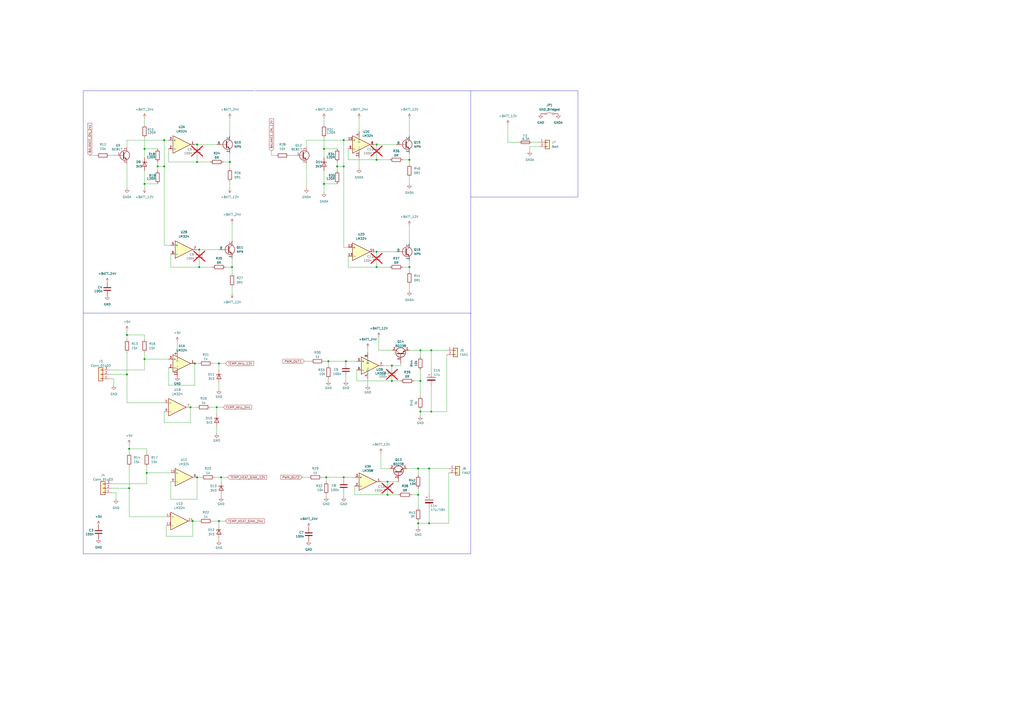
<source format=kicad_sch>
(kicad_sch (version 20231120) (generator "eeschema") (generator_version "8.0")
  (paper "A2")
  (junction (at 200.66 209.55))
  (junction (at 127 210.82))
  (junction (at 115.57 154.94))
  (junction (at 218.44 83.82))
  (junction (at 127 302.26))
  (junction (at 73.66 194.31))
  (junction (at 187.96 106.68))
  (junction (at 114.3 276.86))
  (junction (at 243.84 238.76))
  (junction (at 199.39 276.86))
  (junction (at 243.84 203.2))
  (junction (at 248.92 271.78))
  (junction (at 250.19 203.2))
  (junction (at 195.58 96.52))
  (junction (at 242.57 271.78))
  (junction (at 115.57 144.78))
  (junction (at 95.25 81.28))
  (junction (at 218.44 146.05))
  (junction (at 95.25 96.52))
  (junction (at 242.57 287.02))
  (junction (at 128.27 276.86))
  (junction (at 248.92 303.53))
  (junction (at 243.84 220.98))
  (junction (at 199.39 96.52))
  (junction (at 237.49 154.94))
  (junction (at 113.03 210.82))
  (junction (at 242.57 303.53))
  (junction (at 190.5 209.55))
  (junction (at 74.93 283.21))
  (junction (at 110.49 236.22))
  (junction (at 114.3 93.98))
  (junction (at 250.19 238.76))
  (junction (at 85.09 274.32))
  (junction (at 133.35 93.98))
  (junction (at 187.96 86.36))
  (junction (at 111.76 302.26))
  (junction (at 83.82 106.68))
  (junction (at 91.44 96.52))
  (junction (at 134.62 154.94))
  (junction (at 227.33 212.09))
  (junction (at 74.93 260.35))
  (junction (at 189.23 276.86))
  (junction (at 227.33 220.98))
  (junction (at 114.3 83.82))
  (junction (at 73.66 217.17))
  (junction (at 83.82 208.28))
  (junction (at 224.79 279.4))
  (junction (at 199.39 81.28))
  (junction (at 218.44 92.71))
  (junction (at 218.44 154.94))
  (junction (at 83.82 86.36))
  (junction (at 224.79 287.02))
  (junction (at 125.73 236.22))
  (junction (at 237.49 92.71))
  (wire (pts (xy 187.96 106.68) (xy 195.58 106.68)))
  (wire (pts (xy 85.09 262.89) (xy 85.09 260.35)))
  (wire (pts (xy 237.49 203.2) (xy 243.84 203.2)))
  (wire (pts (xy 243.84 238.76) (xy 243.84 237.49)))
  (wire (pts (xy 96.52 304.8) (xy 96.52 311.15)))
  (wire (pts (xy 260.35 274.32) (xy 260.35 303.53)))
  (wire (pts (xy 83.82 80.01) (xy 83.82 86.36)))
  (wire (pts (xy 73.66 233.68) (xy 95.25 233.68)))
  (wire (pts (xy 308.61 82.55) (xy 312.42 82.55)))
  (wire (pts (xy 187.96 80.01) (xy 187.96 86.36)))
  (wire (pts (xy 237.49 130.81) (xy 237.49 140.97)))
  (wire (pts (xy 237.49 165.1) (xy 237.49 168.91)))
  (wire (pts (xy 220.98 271.78) (xy 226.06 271.78)))
  (wire (pts (xy 114.3 91.44) (xy 114.3 93.98)))
  (wire (pts (xy 115.57 154.94) (xy 123.19 154.94)))
  (wire (pts (xy 218.44 146.05) (xy 229.87 146.05)))
  (wire (pts (xy 83.82 196.85) (xy 83.82 194.31)))
  (wire (pts (xy 127 226.06) (xy 127 222.25)))
  (wire (pts (xy 91.44 96.52) (xy 95.25 96.52)))
  (wire (pts (xy 134.62 149.86) (xy 134.62 154.94)))
  (wire (pts (xy 64.77 283.21) (xy 74.93 283.21)))
  (wire (pts (xy 97.79 93.98) (xy 114.3 93.98)))
  (wire (pts (xy 114.3 83.82) (xy 125.73 83.82)))
  (wire (pts (xy 64.77 285.75) (xy 67.31 285.75)))
  (wire (pts (xy 218.44 154.94) (xy 226.06 154.94)))
  (wire (pts (xy 220.98 262.89) (xy 220.98 271.78)))
  (wire (pts (xy 201.93 154.94) (xy 218.44 154.94)))
  (wire (pts (xy 160.02 90.17) (xy 157.48 90.17)))
  (wire (pts (xy 110.49 236.22) (xy 114.3 236.22)))
  (wire (pts (xy 187.96 86.36) (xy 195.58 86.36)))
  (wire (pts (xy 238.76 287.02) (xy 242.57 287.02)))
  (wire (pts (xy 250.19 203.2) (xy 259.08 203.2)))
  (wire (pts (xy 74.93 257.81) (xy 74.93 260.35)))
  (wire (pts (xy 73.66 191.77) (xy 73.66 194.31)))
  (wire (pts (xy 83.82 106.68) (xy 83.82 109.22)))
  (wire (pts (xy 83.82 86.36) (xy 83.82 91.44)))
  (wire (pts (xy 99.06 279.4) (xy 99.06 289.56)))
  (wire (pts (xy 66.04 219.71) (xy 66.04 223.52)))
  (wire (pts (xy 128.27 288.29) (xy 128.27 287.02)))
  (polyline (pts (xy 48.26 52.705) (xy 48.26 181.61)))
  (wire (pts (xy 96.52 311.15) (xy 111.76 311.15)))
  (polyline (pts (xy 48.26 321.31) (xy 48.26 181.61)))
  (wire (pts (xy 243.84 220.98) (xy 243.84 229.87)))
  (polyline (pts (xy 147.32 321.31) (xy 48.26 321.31)))
  (wire (pts (xy 187.96 99.06) (xy 187.96 106.68)))
  (wire (pts (xy 232.41 212.09) (xy 232.41 210.82)))
  (wire (pts (xy 91.44 96.52) (xy 91.44 99.06)))
  (wire (pts (xy 130.81 302.26) (xy 127 302.26)))
  (wire (pts (xy 199.39 143.51) (xy 201.93 143.51)))
  (wire (pts (xy 242.57 306.07) (xy 242.57 303.53)))
  (wire (pts (xy 99.06 147.32) (xy 99.06 154.94)))
  (wire (pts (xy 240.03 220.98) (xy 243.84 220.98)))
  (wire (pts (xy 99.06 274.32) (xy 85.09 274.32)))
  (wire (pts (xy 111.76 302.26) (xy 115.57 302.26)))
  (wire (pts (xy 237.49 102.87) (xy 237.49 106.68)))
  (wire (pts (xy 205.74 287.02) (xy 205.74 281.94)))
  (wire (pts (xy 213.36 201.93) (xy 213.36 204.47)))
  (wire (pts (xy 134.62 166.37) (xy 134.62 170.18)))
  (wire (pts (xy 237.49 68.58) (xy 237.49 78.74)))
  (wire (pts (xy 243.84 203.2) (xy 243.84 207.01)))
  (wire (pts (xy 189.23 276.86) (xy 189.23 279.4)))
  (wire (pts (xy 187.96 86.36) (xy 187.96 91.44)))
  (wire (pts (xy 114.3 93.98) (xy 121.92 93.98)))
  (wire (pts (xy 177.8 81.28) (xy 177.8 85.09)))
  (wire (pts (xy 190.5 209.55) (xy 200.66 209.55)))
  (wire (pts (xy 237.49 151.13) (xy 237.49 154.94)))
  (wire (pts (xy 97.79 86.36) (xy 97.79 93.98)))
  (wire (pts (xy 199.39 81.28) (xy 201.93 81.28)))
  (wire (pts (xy 129.54 93.98) (xy 133.35 93.98)))
  (wire (pts (xy 199.39 276.86) (xy 205.74 276.86)))
  (wire (pts (xy 91.44 93.98) (xy 91.44 96.52)))
  (wire (pts (xy 85.09 274.32) (xy 85.09 270.51)))
  (wire (pts (xy 95.25 81.28) (xy 97.79 81.28)))
  (wire (pts (xy 74.93 283.21) (xy 74.93 299.72)))
  (wire (pts (xy 233.68 154.94) (xy 237.49 154.94)))
  (wire (pts (xy 213.36 219.71) (xy 213.36 223.52)))
  (wire (pts (xy 199.39 96.52) (xy 199.39 81.28)))
  (wire (pts (xy 207.01 220.98) (xy 207.01 214.63)))
  (polyline (pts (xy 335.28 114.3) (xy 335.28 52.832)))
  (wire (pts (xy 195.58 93.98) (xy 195.58 96.52)))
  (wire (pts (xy 195.58 96.52) (xy 199.39 96.52)))
  (wire (pts (xy 200.66 218.44) (xy 200.66 220.98)))
  (wire (pts (xy 83.82 194.31) (xy 73.66 194.31)))
  (wire (pts (xy 312.42 85.09) (xy 307.34 85.09)))
  (wire (pts (xy 250.19 238.76) (xy 250.19 223.52)))
  (wire (pts (xy 133.35 105.41) (xy 133.35 109.22)))
  (wire (pts (xy 73.66 95.25) (xy 73.66 109.22)))
  (wire (pts (xy 97.79 213.36) (xy 97.79 223.52)))
  (wire (pts (xy 63.5 219.71) (xy 66.04 219.71)))
  (wire (pts (xy 123.19 210.82) (xy 127 210.82)))
  (wire (pts (xy 74.93 299.72) (xy 96.52 299.72)))
  (wire (pts (xy 237.49 92.71) (xy 237.49 95.25)))
  (wire (pts (xy 73.66 81.28) (xy 95.25 81.28)))
  (wire (pts (xy 242.57 303.53) (xy 242.57 302.26)))
  (wire (pts (xy 124.46 276.86) (xy 128.27 276.86)))
  (wire (pts (xy 127 313.69) (xy 127 312.42)))
  (wire (pts (xy 125.73 236.22) (xy 125.73 240.03)))
  (wire (pts (xy 83.82 208.28) (xy 83.82 204.47)))
  (wire (pts (xy 187.96 209.55) (xy 190.5 209.55)))
  (wire (pts (xy 248.92 271.78) (xy 260.35 271.78)))
  (wire (pts (xy 113.03 83.82) (xy 114.3 83.82)))
  (wire (pts (xy 52.07 90.17) (xy 55.88 90.17)))
  (polyline (pts (xy 273.05 114.3) (xy 335.28 114.3)))
  (wire (pts (xy 227.33 220.98) (xy 232.41 220.98)))
  (wire (pts (xy 242.57 271.78) (xy 242.57 275.59)))
  (wire (pts (xy 95.25 238.76) (xy 95.25 245.11)))
  (polyline (pts (xy 48.26 181.61) (xy 52.07 181.61)))
  (wire (pts (xy 186.69 276.86) (xy 189.23 276.86)))
  (wire (pts (xy 121.92 236.22) (xy 125.73 236.22)))
  (wire (pts (xy 233.68 92.71) (xy 237.49 92.71)))
  (wire (pts (xy 74.93 260.35) (xy 74.93 262.89)))
  (wire (pts (xy 242.57 303.53) (xy 248.92 303.53)))
  (wire (pts (xy 199.39 285.75) (xy 199.39 288.29)))
  (wire (pts (xy 217.17 83.82) (xy 218.44 83.82)))
  (wire (pts (xy 73.66 217.17) (xy 73.66 233.68)))
  (wire (pts (xy 115.57 152.4) (xy 115.57 154.94)))
  (wire (pts (xy 102.87 198.12) (xy 102.87 203.2)))
  (wire (pts (xy 199.39 276.86) (xy 199.39 278.13)))
  (wire (pts (xy 217.17 146.05) (xy 218.44 146.05)))
  (wire (pts (xy 250.19 238.76) (xy 259.08 238.76)))
  (wire (pts (xy 74.93 270.51) (xy 74.93 283.21)))
  (wire (pts (xy 201.93 148.59) (xy 201.93 154.94)))
  (wire (pts (xy 134.62 154.94) (xy 134.62 158.75)))
  (wire (pts (xy 73.66 194.31) (xy 73.66 196.85)))
  (wire (pts (xy 85.09 260.35) (xy 74.93 260.35)))
  (wire (pts (xy 133.35 93.98) (xy 133.35 97.79)))
  (wire (pts (xy 200.66 209.55) (xy 200.66 210.82)))
  (wire (pts (xy 243.84 203.2) (xy 250.19 203.2)))
  (wire (pts (xy 83.82 68.58) (xy 83.82 72.39)))
  (wire (pts (xy 128.27 276.86) (xy 128.27 279.4)))
  (wire (pts (xy 243.84 238.76) (xy 250.19 238.76)))
  (wire (pts (xy 294.64 72.39) (xy 294.64 82.55)))
  (wire (pts (xy 243.84 241.3) (xy 243.84 238.76)))
  (wire (pts (xy 218.44 83.82) (xy 229.87 83.82)))
  (wire (pts (xy 187.96 68.58) (xy 187.96 72.39)))
  (wire (pts (xy 242.57 283.21) (xy 242.57 287.02)))
  (wire (pts (xy 133.35 88.9) (xy 133.35 93.98)))
  (wire (pts (xy 95.25 245.11) (xy 110.49 245.11)))
  (wire (pts (xy 73.66 81.28) (xy 73.66 85.09)))
  (wire (pts (xy 111.76 311.15) (xy 111.76 302.26)))
  (wire (pts (xy 307.34 85.09) (xy 307.34 87.63)))
  (wire (pts (xy 132.08 276.86) (xy 128.27 276.86)))
  (wire (pts (xy 114.3 144.78) (xy 115.57 144.78)))
  (polyline (pts (xy 273.05 52.578) (xy 335.28 52.578)))
  (wire (pts (xy 95.25 96.52) (xy 95.25 142.24)))
  (wire (pts (xy 127 302.26) (xy 127 304.8)))
  (wire (pts (xy 199.39 96.52) (xy 199.39 143.51)))
  (wire (pts (xy 200.66 209.55) (xy 207.01 209.55)))
  (wire (pts (xy 237.49 88.9) (xy 237.49 92.71)))
  (wire (pts (xy 220.98 279.4) (xy 224.79 279.4)))
  (polyline (pts (xy 273.05 181.61) (xy 273.05 321.31)))
  (wire (pts (xy 176.53 209.55) (xy 180.34 209.55)))
  (wire (pts (xy 177.8 95.25) (xy 177.8 109.22)))
  (wire (pts (xy 218.44 91.44) (xy 218.44 92.71)))
  (wire (pts (xy 242.57 287.02) (xy 242.57 294.64)))
  (polyline (pts (xy 147.955 52.705) (xy 273.05 52.705)))
  (wire (pts (xy 85.09 280.67) (xy 85.09 274.32)))
  (wire (pts (xy 64.77 280.67) (xy 85.09 280.67)))
  (wire (pts (xy 130.81 210.82) (xy 127 210.82)))
  (wire (pts (xy 201.93 86.36) (xy 201.93 92.71)))
  (wire (pts (xy 189.23 287.02) (xy 189.23 288.29)))
  (wire (pts (xy 208.28 91.44) (xy 208.28 97.79)))
  (wire (pts (xy 189.23 276.86) (xy 199.39 276.86)))
  (wire (pts (xy 123.19 302.26) (xy 127 302.26)))
  (wire (pts (xy 157.48 90.17) (xy 157.48 87.63)))
  (wire (pts (xy 130.81 154.94) (xy 134.62 154.94)))
  (wire (pts (xy 67.31 285.75) (xy 67.31 289.56)))
  (polyline (pts (xy 52.07 181.61) (xy 147.32 181.61)))
  (wire (pts (xy 115.57 144.78) (xy 127 144.78)))
  (wire (pts (xy 227.33 203.2) (xy 219.71 203.2)))
  (wire (pts (xy 248.92 303.53) (xy 248.92 294.64)))
  (wire (pts (xy 224.79 287.02) (xy 231.14 287.02)))
  (wire (pts (xy 190.5 209.55) (xy 190.5 212.09)))
  (wire (pts (xy 218.44 92.71) (xy 226.06 92.71)))
  (wire (pts (xy 127 210.82) (xy 127 214.63)))
  (wire (pts (xy 167.64 90.17) (xy 170.18 90.17)))
  (wire (pts (xy 83.82 86.36) (xy 91.44 86.36)))
  (wire (pts (xy 95.25 96.52) (xy 95.25 81.28)))
  (wire (pts (xy 224.79 287.02) (xy 205.74 287.02)))
  (wire (pts (xy 63.5 217.17) (xy 73.66 217.17)))
  (wire (pts (xy 177.8 81.28) (xy 199.39 81.28)))
  (wire (pts (xy 95.25 142.24) (xy 99.06 142.24)))
  (polyline (pts (xy 273.05 321.31) (xy 147.32 321.31)))
  (wire (pts (xy 294.64 82.55) (xy 300.99 82.55)))
  (wire (pts (xy 224.79 279.4) (xy 231.14 279.4)))
  (wire (pts (xy 97.79 208.28) (xy 83.82 208.28)))
  (wire (pts (xy 175.26 276.86) (xy 179.07 276.86)))
  (wire (pts (xy 113.03 210.82) (xy 115.57 210.82)))
  (wire (pts (xy 113.03 223.52) (xy 113.03 210.82)))
  (wire (pts (xy 125.73 251.46) (xy 125.73 247.65)))
  (wire (pts (xy 227.33 212.09) (xy 232.41 212.09)))
  (wire (pts (xy 114.3 276.86) (xy 116.84 276.86)))
  (wire (pts (xy 97.79 223.52) (xy 113.03 223.52)))
  (polyline (pts (xy 147.32 52.705) (xy 48.26 52.705)))
  (wire (pts (xy 227.33 220.98) (xy 207.01 220.98)))
  (wire (pts (xy 250.19 203.2) (xy 250.19 215.9)))
  (wire (pts (xy 83.82 99.06) (xy 83.82 106.68)))
  (wire (pts (xy 63.5 214.63) (xy 83.82 214.63)))
  (wire (pts (xy 242.57 271.78) (xy 248.92 271.78)))
  (wire (pts (xy 236.22 271.78) (xy 242.57 271.78)))
  (wire (pts (xy 83.82 214.63) (xy 83.82 208.28)))
  (wire (pts (xy 243.84 214.63) (xy 243.84 220.98)))
  (wire (pts (xy 195.58 96.52) (xy 195.58 99.06)))
  (wire (pts (xy 187.96 106.68) (xy 187.96 111.76)))
  (wire (pts (xy 134.62 129.54) (xy 134.62 139.7)))
  (wire (pts (xy 114.3 289.56) (xy 114.3 276.86)))
  (wire (pts (xy 248.92 271.78) (xy 248.92 287.02)))
  (wire (pts (xy 260.35 303.53) (xy 248.92 303.53)))
  (wire (pts (xy 227.33 212.09) (xy 227.33 213.36)))
  (wire (pts (xy 99.06 154.94) (xy 115.57 154.94)))
  (polyline (pts (xy 147.32 181.61) (xy 273.05 181.61)))
  (wire (pts (xy 201.93 92.71) (xy 218.44 92.71)))
  (wire (pts (xy 219.71 203.2) (xy 219.71 195.58)))
  (wire (pts (xy 222.25 212.09) (xy 227.33 212.09)))
  (wire (pts (xy 208.28 68.58) (xy 208.28 76.2)))
  (wire (pts (xy 129.54 236.22) (xy 125.73 236.22)))
  (wire (pts (xy 99.06 289.56) (xy 114.3 289.56)))
  (polyline (pts (xy 273.05 52.705) (xy 273.05 182.245)))
  (wire (pts (xy 63.5 90.17) (xy 66.04 90.17)))
  (wire (pts (xy 259.08 238.76) (xy 259.08 205.74)))
  (wire (pts (xy 110.49 245.11) (xy 110.49 236.22)))
  (wire (pts (xy 133.35 68.58) (xy 133.35 78.74)))
  (wire (pts (xy 83.82 106.68) (xy 91.44 106.68)))
  (wire (pts (xy 218.44 153.67) (xy 218.44 154.94)))
  (wire (pts (xy 190.5 219.71) (xy 190.5 220.98)))
  (wire (pts (xy 237.49 154.94) (xy 237.49 157.48)))
  (wire (pts (xy 73.66 204.47) (xy 73.66 217.17)))
  (global_label "TEMP_AKU_24V" (shape input) (at 129.54 236.22 0) (property "Intersheetrefs" "${INTERSHEET_REFS}" (effects (hide yes))))
  (global_label "PWM_OUT1" (shape input) (at 176.53 209.55 180) (property "Intersheetrefs" "${INTERSHEET_REFS}" (effects (hide yes))))
  (global_label "TEMP_HEAT_SINK_24V" (shape input) (at 130.81 302.26 0) (property "Intersheetrefs" "${INTERSHEET_REFS}" (effects (hide yes))))
  (global_label "TEMP_HEAT_SINK_12V" (shape input) (at 132.08 276.86 0) (property "Intersheetrefs" "${INTERSHEET_REFS}" (effects (hide yes))))
  (global_label "BALANCE_ON_12V" (shape input) (at 157.48 87.63 90) (property "Intersheetrefs" "${INTERSHEET_REFS}" (effects (hide yes))))
  (global_label "PWM_OUT2" (shape input) (at 175.26 276.86 180) (property "Intersheetrefs" "${INTERSHEET_REFS}" (effects (hide yes))))
  (global_label "BALANCE_ON_24V" (shape input) (at 52.07 90.17 90) (property "Intersheetrefs" "${INTERSHEET_REFS}" (effects (hide yes))))
  (global_label "TEMP_AKU_12V" (shape input) (at 130.81 210.82 0) (property "Intersheetrefs" "${INTERSHEET_REFS}" (effects (hide yes))))
  (symbol (lib_id "power:GND") (at 128.27 288.29 0) (unit 1)
    (property "Reference" "#PWR023" (effects (hide yes)))
    (property "Value" "GND" (at 128.27 292.354 0))
    (property "Description" "Power symbol creates a global label with name \"GND\" , ground" (effects (hide yes)))
  )
  (symbol (lib_id "Device:R") (at 119.38 210.82 90) (unit 1)
    (property "Reference" "R21" (at 119.38 205.74 90))
    (property "Value" "1k" (at 119.38 208.28 90))
    (property "Footprint" "Resistor_SMD:R_0805_2012Metric_Pad1.20x1.40mm_HandSolder" (effects (hide yes)))
    (property "Description" "Resistor" (effects (hide yes)))
  )
  (symbol (lib_id "power:GNDA") (at 307.34 87.63 0) (unit 1)
    (property "Reference" "#PWR050" (effects (hide yes)))
    (property "Value" "GNDA" (at 307.34 92.71 0))
    (property "Description" "Power symbol creates a global label with name \"GNDA\" , analog ground" (effects (hide yes)))
  )
  (symbol (lib_id "Device:R") (at 59.69 90.17 270) (unit 1)
    (property "Reference" "R12" (at 59.69 83.82 90))
    (property "Value" "10k" (at 59.69 86.36 90))
    (property "Footprint" "Resistor_SMD:R_0805_2012Metric_Pad1.20x1.40mm_HandSolder" (effects (hide yes)))
    (property "Description" "Resistor" (effects (hide yes)))
  )
  (symbol (lib_id "power:+5V") (at 102.87 198.12 0) (unit 1)
    (property "Reference" "#PWR018" (effects (hide yes)))
    (property "Value" "+5V" (at 102.87 193.04 0))
    (property "Description" "Power symbol creates a global label with name \"+5V\"" (effects (hide yes)))
  )
  (symbol (lib_id "Connector_Generic:Conn_01x02") (at 317.5 82.55 0) (unit 1)
    (property "Reference" "J7" (at 320.04 82.5499 0) (effects (justify left)))
    (property "Value" "Batt" (at 320.04 85.0899 0) (effects (justify left)))
    (property "Footprint" "Connector_PinHeader_2.54mm:PinHeader_1x02_P2.54mm_Vertical" (effects (hide yes)))
    (property "Description" "Generic connector, single row, 01x02, script generated (kicad-library-utils/schlib/autogen/connector/)" (effects (hide yes)))
  )
  (symbol (lib_id "Device:R") (at 242.57 279.4 180) (unit 1)
    (property "Reference" "R42" (at 239.014 278.638 0))
    (property "Value" "10K" (at 239.522 280.67 0))
    (property "Footprint" "Resistor_SMD:R_0805_2012Metric_Pad1.20x1.40mm_HandSolder" (effects (hide yes)))
    (property "Description" "Resistor" (effects (hide yes)))
  )
  (symbol (lib_id "Device:C") (at 62.23 167.64 0) (unit 1)
    (property "Reference" "C4" (at 56.642 166.624 0) (effects (justify left)))
    (property "Value" "100n" (at 54.61 168.91 0) (effects (justify left)))
    (property "Footprint" "Capacitor_SMD:C_0805_2012Metric_Pad1.18x1.45mm_HandSolder" (effects (hide yes)))
    (property "Description" "Unpolarized capacitor" (effects (hide yes)))
  )
  (symbol (lib_id "power:GNDA") (at 237.49 106.68 0) (unit 1)
    (property "Reference" "#PWR044" (effects (hide yes)))
    (property "Value" "GNDA" (at 237.49 111.76 0))
    (property "Description" "Power symbol creates a global label with name \"GNDA\" , analog ground" (effects (hide yes)))
  )
  (symbol (lib_id "power:+5V") (at 57.15 304.8 0) (unit 1)
    (property "Reference" "#PWR07" (effects (hide yes)))
    (property "Value" "+5V" (at 57.15 299.72 0))
    (property "Description" "Power symbol creates a global label with name \"+5V\"" (effects (hide yes)))
  )
  (symbol (lib_id "power:GND") (at 243.84 241.3 0) (unit 1)
    (property "Reference" "#PWR048" (effects (hide yes)))
    (property "Value" "GND" (at 243.84 245.364 0))
    (property "Description" "Power symbol creates a global label with name \"GND\" , ground" (effects (hide yes)))
  )
  (symbol (lib_id "Amplifier_Operational:LM324") (at 105.41 83.82 0) (unit 1)
    (property "Reference" "U2" (at 105.41 73.66 0))
    (property "Value" "LM324" (at 105.41 76.2 0))
    (property "Footprint" "Package_SO:SOIC-14_3.9x8.7mm_P1.27mm" (effects (hide yes)))
    (property "Datasheet" "http://www.ti.com/lit/ds/symlink/lm2902-n.pdf" (effects (hide yes)))
    (property "Description" "Low-Power, Quad-Operational Amplifiers, DIP-14/SOIC-14/SSOP-14" (effects (hide yes)))
  )
  (symbol (lib_id "Connector_Generic:Conn_01x03") (at 59.69 283.21 180) (unit 1)
    (property "Reference" "J4" (at 59.69 275.59 0))
    (property "Value" "Conn_01x03" (at 59.69 278.13 0))
    (property "Footprint" "Connector_JST:JST_EH_B3B-EH-A_1x03_P2.50mm_Vertical" (effects (hide yes)))
    (property "Description" "Generic connector, single row, 01x03, script generated (kicad-library-utils/schlib/autogen/connector/)" (effects (hide yes)))
  )
  (symbol (lib_id "Amplifier_Operational:LM324") (at 102.87 236.22 0) (unit 2)
    (property "Reference" "U1" (at 102.87 226.06 0))
    (property "Value" "LM324" (at 102.87 228.6 0))
    (property "Footprint" "Package_SO:SOIC-14_3.9x8.7mm_P1.27mm" (effects (hide yes)))
    (property "Datasheet" "http://www.ti.com/lit/ds/symlink/lm2902-n.pdf" (effects (hide yes)))
    (property "Description" "Low-Power, Quad-Operational Amplifiers, DIP-14/SOIC-14/SSOP-14" (effects (hide yes)))
  )
  (symbol (lib_id "Device:R") (at 91.44 90.17 180) (unit 1)
    (property "Reference" "R18" (at 86.106 89.408 0) (effects (justify right)))
    (property "Value" "120R" (at 85.09 91.186 0) (effects (justify right)))
    (property "Footprint" "Resistor_SMD:R_0805_2012Metric_Pad1.20x1.40mm_HandSolder" (effects (hide yes)))
    (property "Description" "Resistor" (effects (hide yes)))
  )
  (symbol (lib_id "Device:R") (at 125.73 93.98 90) (unit 1)
    (property "Reference" "R24" (at 125.73 88.9 90))
    (property "Value" "0R" (at 125.73 91.44 90))
    (property "Footprint" "Resistor_SMD:R_0805_2012Metric_Pad1.20x1.40mm_HandSolder" (effects (hide yes)))
    (property "Description" "Resistor" (effects (hide yes)))
  )
  (symbol (lib_id "power:+BATT") (at 237.49 68.58 0) (unit 1)
    (property "Reference" "#PWR043" (effects (hide yes)))
    (property "Value" "+BATT_12V" (at 237.49 63.5 0))
    (property "Description" "Power symbol creates a global label with name \"+BATT\"" (effects (hide yes)))
  )
  (symbol (lib_id "power:GND") (at 179.07 313.69 0) (unit 1)
    (property "Reference" "#PWR030" (effects (hide yes)))
    (property "Value" "GND" (at 179.07 318.77 0))
    (property "Description" "Power symbol creates a global label with name \"GND\" , ground" (effects (hide yes)))
  )
  (symbol (lib_id "Device:R") (at 74.93 266.7 0) (unit 1)
    (property "Reference" "R14" (at 77.47 265.4299 0) (effects (justify left)))
    (property "Value" "15k" (at 77.47 267.9699 0) (effects (justify left)))
    (property "Footprint" "Resistor_SMD:R_0805_2012Metric_Pad1.20x1.40mm_HandSolder" (effects (hide yes)))
    (property "Description" "Resistor" (effects (hide yes)))
  )
  (symbol (lib_id "Device:C") (at 114.3 87.63 0) (unit 1) (dnp yes)
    (property "Reference" "C5" (at 108.712 86.614 0) (effects (justify left)))
    (property "Value" "100n" (at 106.68 88.9 0) (effects (justify left)))
    (property "Footprint" "Capacitor_SMD:C_0805_2012Metric_Pad1.18x1.45mm_HandSolder" (effects (hide yes)))
    (property "Description" "Unpolarized capacitor" (effects (hide yes)))
  )
  (symbol (lib_id "power:GND") (at 125.73 251.46 0) (unit 1)
    (property "Reference" "#PWR020" (effects (hide yes)))
    (property "Value" "GND" (at 125.73 255.524 0))
    (property "Description" "Power symbol creates a global label with name \"GND\" , ground" (effects (hide yes)))
  )
  (symbol (lib_id "Device:C") (at 200.66 214.63 0) (unit 1)
    (property "Reference" "C9" (at 193.548 214.376 0) (effects (justify left)))
    (property "Value" "100n" (at 193.04 216.916 0) (effects (justify left)))
    (property "Footprint" "Capacitor_SMD:C_0805_2012Metric_Pad1.18x1.45mm_HandSolder" (effects (hide yes)))
    (property "Description" "Unpolarized capacitor" (effects (hide yes)))
  )
  (symbol (lib_id "Device:R") (at 85.09 266.7 0) (unit 1)
    (property "Reference" "R17" (at 87.63 265.4299 0) (effects (justify left)))
    (property "Value" "15k" (at 87.63 267.9699 0) (effects (justify left)))
    (property "Footprint" "Resistor_SMD:R_0805_2012Metric_Pad1.20x1.40mm_HandSolder" (effects (hide yes)))
    (property "Description" "Resistor" (effects (hide yes)))
  )
  (symbol (lib_id "Simulation_SPICE:NPN") (at 234.95 83.82 0) (unit 1)
    (property "Reference" "Q15" (at 240.03 82.5499 0) (effects (justify left)))
    (property "Value" "NPN" (at 240.03 85.0899 0) (effects (justify left)))
    (property "Footprint" "Package_TO_SOT_THT:TO-220-3_Vertical" (effects (hide yes)))
    (property "Datasheet" "https://ngspice.sourceforge.io/docs/ngspice-html-manual/manual.xhtml#cha_BJTs" (effects (hide yes)))
    (property "Description" "Bipolar transistor symbol for simulation only, substrate tied to the emitter" (effects (hide yes)))
    (property "Sim.Device" "NPN" (effects (hide yes)))
    (property "Sim.Type" "GUMMELPOON" (effects (hide yes)))
    (property "Sim.Pins" "1=C 2=B 3=E" (effects (hide yes)))
  )
  (symbol (lib_id "Device:R") (at 237.49 99.06 0) (unit 1)
    (property "Reference" "R40" (at 240.03 97.7899 0) (effects (justify left)))
    (property "Value" "0R1" (at 240.03 100.3299 0) (effects (justify left)))
    (property "Footprint" "Resistor_SMD:R_0805_2012Metric_Pad1.20x1.40mm_HandSolder" (effects (hide yes)))
    (property "Description" "Resistor" (effects (hide yes)))
  )
  (symbol (lib_id "power:+5V") (at 74.93 257.81 0) (unit 1)
    (property "Reference" "#PWR015" (effects (hide yes)))
    (property "Value" "+5V" (at 74.93 252.73 0))
    (property "Description" "Power symbol creates a global label with name \"+5V\"" (effects (hide yes)))
  )
  (symbol (lib_id "power:+BATT") (at 294.64 72.39 0) (unit 1)
    (property "Reference" "#PWR049" (effects (hide yes)))
    (property "Value" "+BATT_12V" (at 294.64 67.31 0))
    (property "Description" "Power symbol creates a global label with name \"+BATT\"" (effects (hide yes)))
  )
  (symbol (lib_id "Device:R") (at 229.87 92.71 90) (unit 1)
    (property "Reference" "R36" (at 229.87 87.63 90))
    (property "Value" "0R" (at 229.87 90.17 90))
    (property "Footprint" "Resistor_SMD:R_0805_2012Metric_Pad1.20x1.40mm_HandSolder" (effects (hide yes)))
    (property "Description" "Resistor" (effects (hide yes)))
  )
  (symbol (lib_id "power:+BATT") (at 219.71 195.58 0) (unit 1)
    (property "Reference" "#PWR041" (effects (hide yes)))
    (property "Value" "+BATT_12V" (at 219.71 190.5 0))
    (property "Description" "Power symbol creates a global label with name \"+BATT\"" (effects (hide yes)))
  )
  (symbol (lib_id "power:+BATT") (at 213.36 201.93 0) (unit 1)
    (property "Reference" "#PWR039" (effects (hide yes)))
    (property "Value" "+BATT_24V" (at 213.36 196.85 0))
    (property "Description" "Power symbol creates a global label with name \"+BATT\"" (effects (hide yes)))
  )
  (symbol (lib_id "power:+BATT") (at 83.82 68.58 0) (unit 1)
    (property "Reference" "#PWR016" (effects (hide yes)))
    (property "Value" "+BATT_24V" (at 83.82 63.5 0))
    (property "Description" "Power symbol creates a global label with name \"+BATT\"" (effects (hide yes)))
  )
  (symbol (lib_id "power:+BATT") (at 133.35 109.22 180) (unit 1)
    (property "Reference" "#PWR025" (effects (hide yes)))
    (property "Value" "+BATT_12V" (at 133.35 114.3 0))
    (property "Description" "Power symbol creates a global label with name \"+BATT\"" (effects (hide yes)))
  )
  (symbol (lib_id "power:GND") (at 242.57 306.07 0) (unit 1)
    (property "Reference" "#PWR047" (effects (hide yes)))
    (property "Value" "GND" (at 242.57 310.134 0))
    (property "Description" "Power symbol creates a global label with name \"GND\" , ground" (effects (hide yes)))
  )
  (symbol (lib_id "Device:C_Polarized") (at 248.92 290.83 0) (unit 1)
    (property "Reference" "C14" (at 249.682 293.37 0) (effects (justify left)))
    (property "Value" "47u/16V" (at 249.682 295.656 0) (effects (justify left)))
    (property "Footprint" "Capacitor_THT:CP_Radial_D5.0mm_P2.00mm" (effects (hide yes)))
    (property "Description" "Polarized capacitor" (effects (hide yes)))
  )
  (symbol (lib_id "Device:D_Zener") (at 127 218.44 90) (mirror x) (unit 1)
    (property "Reference" "D11" (at 124.46 217.1699 90) (effects (justify left)))
    (property "Value" "3V3" (at 124.46 219.7099 90) (effects (justify left)))
    (property "Footprint" "Diode_SMD:D_MiniMELF" (effects (hide yes)))
    (property "Description" "Zener diode" (effects (hide yes)))
  )
  (symbol (lib_id "Device:R") (at 236.22 220.98 90) (unit 1)
    (property "Reference" "R39" (at 236.22 215.9 90))
    (property "Value" "0R" (at 236.22 218.44 90))
    (property "Footprint" "Resistor_SMD:R_0805_2012Metric_Pad1.20x1.40mm_HandSolder" (effects (hide yes)))
    (property "Description" "Resistor" (effects (hide yes)))
  )
  (symbol (lib_id "Amplifier_Operational:LM324") (at 105.41 210.82 0) (unit 5)
    (property "Reference" "U1" (effects (hide yes)))
    (property "Value" "LM324" (effects (hide yes)))
    (property "Footprint" "Package_SO:SOIC-14_3.9x8.7mm_P1.27mm" (effects (hide yes)))
    (property "Datasheet" "http://www.ti.com/lit/ds/symlink/lm2902-n.pdf" (effects (hide yes)))
    (property "Description" "Low-Power, Quad-Operational Amplifiers, DIP-14/SOIC-14/SSOP-14" (effects (hide yes)))
  )
  (symbol (lib_id "Device:Fuse") (at 304.8 82.55 90) (unit 1)
    (property "Reference" "F3" (at 304.546 78.74 90))
    (property "Value" "6,3A" (at 305.054 80.518 90))
    (property "Footprint" "Fuse:Fuse_2512_6332Metric_Pad1.52x3.35mm_HandSolder" (effects (hide yes)))
    (property "Description" "Fuse" (effects (hide yes)))
  )
  (symbol (lib_id "power:GND") (at 57.15 312.42 0) (unit 1)
    (property "Reference" "#PWR08" (effects (hide yes)))
    (property "Value" "GND" (at 57.15 317.5 0))
    (property "Description" "Power symbol creates a global label with name \"GND\" , ground" (effects (hide yes)))
  )
  (symbol (lib_id "power:GND") (at 62.23 171.45 0) (unit 1)
    (property "Reference" "#PWR010" (effects (hide yes)))
    (property "Value" "GND" (at 62.23 176.53 0))
    (property "Description" "Power symbol creates a global label with name \"GND\" , ground" (effects (hide yes)))
  )
  (symbol (lib_id "power:GND") (at 213.36 223.52 0) (unit 1)
    (property "Reference" "#PWR040" (effects (hide yes)))
    (property "Value" "GND" (at 213.36 227.584 0))
    (property "Description" "Power symbol creates a global label with name \"GND\" , ground" (effects (hide yes)))
  )
  (symbol (lib_id "power:+BATT") (at 134.62 170.18 180) (unit 1)
    (property "Reference" "#PWR027" (effects (hide yes)))
    (property "Value" "+BATT_12V" (at 134.62 175.26 0))
    (property "Description" "Power symbol creates a global label with name \"+BATT\"" (effects (hide yes)))
  )
  (symbol (lib_id "power:GND") (at 313.69 66.04 0) (unit 1)
    (property "Reference" "#PWR051" (effects (hide yes)))
    (property "Value" "GND" (at 313.69 71.12 0))
    (property "Description" "Power symbol creates a global label with name \"GND\" , ground" (effects (hide yes)))
  )
  (symbol (lib_id "power:GND") (at 102.87 218.44 0) (unit 1)
    (property "Reference" "#PWR019" (effects (hide yes)))
    (property "Value" "GND" (at 102.87 222.504 0))
    (property "Description" "Power symbol creates a global label with name \"GND\" , ground" (effects (hide yes)))
  )
  (symbol (lib_id "Transistor_BJT:BD238") (at 231.14 274.32 90) (unit 1)
    (property "Reference" "Q13" (at 231.14 266.7 90))
    (property "Value" "BD238" (at 231.14 269.24 90))
    (property "Footprint" "Package_TO_SOT_THT:TO-126-3_Vertical" (effects (hide yes)))
    (property "Datasheet" "http://www.electronica-pt.com/datasheets/bd/BD234.pdf" (effects (hide yes)))
    (property "Description" "2A Ic, 80V Vce, Low Voltage Transistor, TO-126" (effects (hide yes)))
  )
  (symbol (lib_id "Device:R") (at 73.66 200.66 0) (unit 1)
    (property "Reference" "R13" (at 76.2 199.3899 0) (effects (justify left)))
    (property "Value" "15k" (at 76.2 201.9299 0) (effects (justify left)))
    (property "Footprint" "Resistor_SMD:R_0805_2012Metric_Pad1.20x1.40mm_HandSolder" (effects (hide yes)))
    (property "Description" "Resistor" (effects (hide yes)))
  )
  (symbol (lib_id "Device:D_Zener") (at 187.96 95.25 270) (unit 1)
    (property "Reference" "D14" (at 183.134 93.98 90) (effects (justify left)))
    (property "Value" "3V3" (at 182.88 96.52 90) (effects (justify left)))
    (property "Footprint" "Diode_SMD:D_MiniMELF" (effects (hide yes)))
    (property "Description" "Zener diode" (effects (hide yes)))
  )
  (symbol (lib_id "power:GND") (at 200.66 220.98 0) (unit 1)
    (property "Reference" "#PWR036" (effects (hide yes)))
    (property "Value" "GND" (at 200.66 225.044 0))
    (property "Description" "Power symbol creates a global label with name \"GND\" , ground" (effects (hide yes)))
  )
  (symbol (lib_id "power:+BATT") (at 220.98 262.89 0) (unit 1)
    (property "Reference" "#PWR042" (effects (hide yes)))
    (property "Value" "+BATT_12V" (at 220.98 257.81 0))
    (property "Description" "Power symbol creates a global label with name \"+BATT\"" (effects (hide yes)))
  )
  (symbol (lib_id "Device:R") (at 163.83 90.17 270) (unit 1)
    (property "Reference" "R28" (at 163.83 83.82 90))
    (property "Value" "10k" (at 163.83 86.36 90))
    (property "Footprint" "Resistor_SMD:R_0805_2012Metric_Pad1.20x1.40mm_HandSolder" (effects (hide yes)))
    (property "Description" "Resistor" (effects (hide yes)))
  )
  (symbol (lib_id "Device:R") (at 229.87 154.94 90) (unit 1)
    (property "Reference" "R37" (at 229.87 149.86 90))
    (property "Value" "0R" (at 229.87 152.4 90))
    (property "Footprint" "Resistor_SMD:R_0805_2012Metric_Pad1.20x1.40mm_HandSolder" (effects (hide yes)))
    (property "Description" "Resistor" (effects (hide yes)))
  )
  (symbol (lib_id "power:GNDA") (at 237.49 168.91 0) (unit 1)
    (property "Reference" "#PWR046" (effects (hide yes)))
    (property "Value" "GNDA" (at 237.49 173.99 0))
    (property "Description" "Power symbol creates a global label with name \"GNDA\" , analog ground" (effects (hide yes)))
  )
  (symbol (lib_id "Amplifier_Operational:LM358") (at 213.36 279.4 0) (unit 1)
    (property "Reference" "U3" (at 213.36 270.51 0))
    (property "Value" "LM358" (at 213.36 273.05 0))
    (property "Footprint" "Package_SO:SO-8_3.9x4.9mm_P1.27mm" (effects (hide yes)))
    (property "Datasheet" "http://www.ti.com/lit/ds/symlink/lm2904-n.pdf" (effects (hide yes)))
    (property "Description" "Low-Power, Dual Operational Amplifiers, DIP-8/SOIC-8/TO-99-8" (effects (hide yes)))
  )
  (symbol (lib_id "power:GNDA") (at 177.8 109.22 0) (unit 1)
    (property "Reference" "#PWR028" (effects (hide yes)))
    (property "Value" "GNDA" (at 177.8 114.3 0))
    (property "Description" "Power symbol creates a global label with name \"GNDA\" , analog ground" (effects (hide yes)))
  )
  (symbol (lib_id "Device:D_Zener") (at 125.73 243.84 90) (mirror x) (unit 1)
    (property "Reference" "D10" (at 123.19 242.5699 90) (effects (justify left)))
    (property "Value" "3V3" (at 123.19 245.1099 90) (effects (justify left)))
    (property "Footprint" "Diode_SMD:D_MiniMELF" (effects (hide yes)))
    (property "Description" "Zener diode" (effects (hide yes)))
  )
  (symbol (lib_id "Connector_Generic:Conn_01x02") (at 264.16 203.2 0) (unit 1)
    (property "Reference" "J5" (at 266.7 203.1999 0) (effects (justify left)))
    (property "Value" "FAN1" (at 266.7 205.7399 0) (effects (justify left)))
    (property "Footprint" "Connector_JST:JST_EH_B2B-EH-A_1x02_P2.50mm_Vertical" (effects (hide yes)))
    (property "Description" "Generic connector, single row, 01x02, script generated (kicad-library-utils/schlib/autogen/connector/)" (effects (hide yes)))
  )
  (symbol (lib_id "Simulation_SPICE:NPN") (at 234.95 146.05 0) (unit 1)
    (property "Reference" "Q16" (at 240.03 144.7799 0) (effects (justify left)))
    (property "Value" "NPN" (at 240.03 147.3199 0) (effects (justify left)))
    (property "Footprint" "Package_TO_SOT_THT:TO-220-3_Vertical" (effects (hide yes)))
    (property "Datasheet" "https://ngspice.sourceforge.io/docs/ngspice-html-manual/manual.xhtml#cha_BJTs" (effects (hide yes)))
    (property "Description" "Bipolar transistor symbol for simulation only, substrate tied to the emitter" (effects (hide yes)))
    (property "Sim.Device" "NPN" (effects (hide yes)))
    (property "Sim.Type" "GUMMELPOON" (effects (hide yes)))
    (property "Sim.Pins" "1=C 2=B 3=E" (effects (hide yes)))
  )
  (symbol (lib_id "Device:C") (at 179.07 309.88 0) (unit 1)
    (property "Reference" "C7" (at 173.482 308.864 0) (effects (justify left)))
    (property "Value" "100n" (at 171.45 311.15 0) (effects (justify left)))
    (property "Footprint" "Capacitor_SMD:C_0805_2012Metric_Pad1.18x1.45mm_HandSolder" (effects (hide yes)))
    (property "Description" "Unpolarized capacitor" (effects (hide yes)))
  )
  (symbol (lib_id "power:GND") (at 127 226.06 0) (unit 1)
    (property "Reference" "#PWR021" (effects (hide yes)))
    (property "Value" "GND" (at 127 230.124 0))
    (property "Description" "Power symbol creates a global label with name \"GND\" , ground" (effects (hide yes)))
  )
  (symbol (lib_id "Connector_Generic:Conn_01x02") (at 265.43 271.78 0) (unit 1)
    (property "Reference" "J6" (at 267.97 271.7799 0) (effects (justify left)))
    (property "Value" "FAN2" (at 267.97 274.3199 0) (effects (justify left)))
    (property "Footprint" "Connector_JST:JST_EH_B2B-EH-A_1x02_P2.50mm_Vertical" (effects (hide yes)))
    (property "Description" "Generic connector, single row, 01x02, script generated (kicad-library-utils/schlib/autogen/connector/)" (effects (hide yes)))
  )
  (symbol (lib_id "Device:R") (at 119.38 302.26 90) (unit 1)
    (property "Reference" "R22" (at 119.38 297.18 90))
    (property "Value" "1k" (at 119.38 299.72 90))
    (property "Footprint" "Resistor_SMD:R_0805_2012Metric_Pad1.20x1.40mm_HandSolder" (effects (hide yes)))
    (property "Description" "Resistor" (effects (hide yes)))
  )
  (symbol (lib_id "power:GNDA") (at 323.85 66.04 0) (unit 1)
    (property "Reference" "#PWR052" (effects (hide yes)))
    (property "Value" "GNDA" (at 323.85 71.12 0))
    (property "Description" "Power symbol creates a global label with name \"GNDA\" , analog ground" (effects (hide yes)))
  )
  (symbol (lib_id "Device:R") (at 184.15 209.55 90) (unit 1)
    (property "Reference" "R30" (at 184.15 204.47 90))
    (property "Value" "1k" (at 184.15 207.01 90))
    (property "Footprint" "Resistor_SMD:R_0805_2012Metric_Pad1.20x1.40mm_HandSolder" (effects (hide yes)))
    (property "Description" "Resistor" (effects (hide yes)))
  )
  (symbol (lib_id "Amplifier_Operational:LM358") (at 214.63 212.09 0) (unit 2)
    (property "Reference" "U3" (at 220.218 214.376 0))
    (property "Value" "LM358" (at 220.726 216.662 0))
    (property "Footprint" "Package_SO:SO-8_3.9x4.9mm_P1.27mm" (effects (hide yes)))
    (property "Datasheet" "http://www.ti.com/lit/ds/symlink/lm2904-n.pdf" (effects (hide yes)))
    (property "Description" "Low-Power, Dual Operational Amplifiers, DIP-8/SOIC-8/TO-99-8" (effects (hide yes)))
  )
  (symbol (lib_id "Amplifier_Operational:LM324") (at 210.82 83.82 0) (unit 5)
    (property "Reference" "U2" (effects (hide yes)))
    (property "Value" "LM324" (effects (hide yes)))
    (property "Footprint" "Package_SO:SOIC-14_3.9x8.7mm_P1.27mm" (effects (hide yes)))
    (property "Datasheet" "http://www.ti.com/lit/ds/symlink/lm2902-n.pdf" (effects (hide yes)))
    (property "Description" "Low-Power, Quad-Operational Amplifiers, DIP-14/SOIC-14/SSOP-14" (effects (hide yes)))
  )
  (symbol (lib_id "Device:C") (at 218.44 149.86 0) (unit 1) (dnp yes)
    (property "Reference" "C11" (at 212.852 148.844 0) (effects (justify left)))
    (property "Value" "100n" (at 210.82 151.13 0) (effects (justify left)))
    (property "Footprint" "Capacitor_SMD:C_0805_2012Metric_Pad1.18x1.45mm_HandSolder" (effects (hide yes)))
    (property "Description" "Unpolarized capacitor" (effects (hide yes)))
  )
  (symbol (lib_id "Amplifier_Operational:LM324") (at 104.14 302.26 0) (unit 4)
    (property "Reference" "U1" (at 104.14 292.1 0))
    (property "Value" "LM324" (at 104.14 294.64 0))
    (property "Footprint" "Package_SO:SOIC-14_3.9x8.7mm_P1.27mm" (effects (hide yes)))
    (property "Datasheet" "http://www.ti.com/lit/ds/symlink/lm2902-n.pdf" (effects (hide yes)))
    (property "Description" "Low-Power, Quad-Operational Amplifiers, DIP-14/SOIC-14/SSOP-14" (effects (hide yes)))
  )
  (symbol (lib_id "power:+BATT") (at 133.35 68.58 0) (unit 1)
    (property "Reference" "#PWR024" (effects (hide yes)))
    (property "Value" "+BATT_24V" (at 133.35 63.5 0))
    (property "Description" "Power symbol creates a global label with name \"+BATT\"" (effects (hide yes)))
  )
  (symbol (lib_id "power:+5V") (at 73.66 191.77 0) (unit 1)
    (property "Reference" "#PWR014" (effects (hide yes)))
    (property "Value" "+5V" (at 73.66 186.69 0))
    (property "Description" "Power symbol creates a global label with name \"+5V\"" (effects (hide yes)))
  )
  (symbol (lib_id "Amplifier_Operational:LM324") (at 209.55 146.05 0) (unit 4)
    (property "Reference" "U2" (at 209.55 135.89 0))
    (property "Value" "LM324" (at 209.55 138.43 0))
    (property "Footprint" "Package_SO:SOIC-14_3.9x8.7mm_P1.27mm" (effects (hide yes)))
    (property "Datasheet" "http://www.ti.com/lit/ds/symlink/lm2902-n.pdf" (effects (hide yes)))
    (property "Description" "Low-Power, Quad-Operational Amplifiers, DIP-14/SOIC-14/SSOP-14" (effects (hide yes)))
  )
  (symbol (lib_id "power:+BATT") (at 179.07 306.07 0) (unit 1)
    (property "Reference" "#PWR029" (effects (hide yes)))
    (property "Value" "+BATT_24V" (at 179.07 300.99 0))
    (property "Description" "Power symbol creates a global label with name \"+BATT\"" (effects (hide yes)))
  )
  (symbol (lib_id "Device:R") (at 195.58 102.87 180) (unit 1)
    (property "Reference" "R35" (at 190.5 101.854 0) (effects (justify right)))
    (property "Value" "120R" (at 189.23 103.632 0) (effects (justify right)))
    (property "Footprint" "Resistor_SMD:R_0805_2012Metric_Pad1.20x1.40mm_HandSolder" (effects (hide yes)))
    (property "Description" "Resistor" (effects (hide yes)))
  )
  (symbol (lib_id "Device:R") (at 91.44 102.87 180) (unit 1)
    (property "Reference" "R19" (at 86.36 101.854 0) (effects (justify right)))
    (property "Value" "120R" (at 85.09 103.632 0) (effects (justify right)))
    (property "Footprint" "Resistor_SMD:R_0805_2012Metric_Pad1.20x1.40mm_HandSolder" (effects (hide yes)))
    (property "Description" "Resistor" (effects (hide yes)))
  )
  (symbol (lib_id "Device:C") (at 199.39 281.94 0) (unit 1)
    (property "Reference" "C8" (at 192.278 281.686 0) (effects (justify left)))
    (property "Value" "100n" (at 191.77 284.226 0) (effects (justify left)))
    (property "Footprint" "Capacitor_SMD:C_0805_2012Metric_Pad1.18x1.45mm_HandSolder" (effects (hide yes)))
    (property "Description" "Unpolarized capacitor" (effects (hide yes)))
  )
  (symbol (lib_id "Device:C") (at 57.15 308.61 0) (unit 1)
    (property "Reference" "C3" (at 51.562 307.594 0) (effects (justify left)))
    (property "Value" "100n" (at 49.53 309.88 0) (effects (justify left)))
    (property "Footprint" "Capacitor_SMD:C_0805_2012Metric_Pad1.18x1.45mm_HandSolder" (effects (hide yes)))
    (property "Description" "Unpolarized capacitor" (effects (hide yes)))
  )
  (symbol (lib_id "Device:R") (at 237.49 161.29 0) (unit 1)
    (property "Reference" "R41" (at 240.03 160.0199 0) (effects (justify left)))
    (property "Value" "0R1" (at 240.03 162.5599 0) (effects (justify left)))
    (property "Footprint" "Resistor_SMD:R_0805_2012Metric_Pad1.20x1.40mm_HandSolder" (effects (hide yes)))
    (property "Description" "Resistor" (effects (hide yes)))
  )
  (symbol (lib_id "Device:R") (at 243.84 233.68 180) (unit 1)
    (property "Reference" "R45" (at 238.76 233.68 90))
    (property "Value" "3k" (at 241.3 233.68 90))
    (property "Footprint" "Resistor_SMD:R_0805_2012Metric_Pad1.20x1.40mm_HandSolder" (effects (hide yes)))
    (property "Description" "Resistor" (effects (hide yes)))
  )
  (symbol (lib_id "Device:C") (at 218.44 87.63 0) (unit 1) (dnp yes)
    (property "Reference" "C10" (at 212.852 86.614 0) (effects (justify left)))
    (property "Value" "100n" (at 210.82 88.9 0) (effects (justify left)))
    (property "Footprint" "Capacitor_SMD:C_0805_2012Metric_Pad1.18x1.45mm_HandSolder" (effects (hide yes)))
    (property "Description" "Unpolarized capacitor" (effects (hide yes)))
  )
  (symbol (lib_id "Device:R") (at 243.84 210.82 180) (unit 1)
    (property "Reference" "R44" (at 238.76 210.82 90))
    (property "Value" "10k" (at 241.3 210.82 90))
    (property "Footprint" "Resistor_SMD:R_0805_2012Metric_Pad1.20x1.40mm_HandSolder" (effects (hide yes)))
    (property "Description" "Resistor" (effects (hide yes)))
  )
  (symbol (lib_id "power:+BATT") (at 237.49 130.81 0) (unit 1)
    (property "Reference" "#PWR045" (effects (hide yes)))
    (property "Value" "+BATT_12V" (at 237.49 125.73 0))
    (property "Description" "Power symbol creates a global label with name \"+BATT\"" (effects (hide yes)))
  )
  (symbol (lib_id "power:GND") (at 127 313.69 0) (unit 1)
    (property "Reference" "#PWR022" (effects (hide yes)))
    (property "Value" "GND" (at 127 317.754 0))
    (property "Description" "Power symbol creates a global label with name \"GND\" , ground" (effects (hide yes)))
  )
  (symbol (lib_id "Amplifier_Operational:LM324") (at 209.55 83.82 0) (unit 3)
    (property "Reference" "U2" (at 212.598 76.454 0))
    (property "Value" "LM324" (at 213.36 78.74 0))
    (property "Footprint" "Package_SO:SOIC-14_3.9x8.7mm_P1.27mm" (effects (hide yes)))
    (property "Datasheet" "http://www.ti.com/lit/ds/symlink/lm2902-n.pdf" (effects (hide yes)))
    (property "Description" "Low-Power, Quad-Operational Amplifiers, DIP-14/SOIC-14/SSOP-14" (effects (hide yes)))
  )
  (symbol (lib_id "power:GNDA") (at 208.28 97.79 0) (unit 1)
    (property "Reference" "#PWR038" (effects (hide yes)))
    (property "Value" "GNDA" (at 208.28 102.87 0))
    (property "Description" "Power symbol creates a global label with name \"GNDA\" , analog ground" (effects (hide yes)))
  )
  (symbol (lib_id "power:+BATT") (at 187.96 68.58 0) (unit 1)
    (property "Reference" "#PWR031" (effects (hide yes)))
    (property "Value" "+BATT_12V" (at 187.96 63.5 0))
    (property "Description" "Power symbol creates a global label with name \"+BATT\"" (effects (hide yes)))
  )
  (symbol (lib_id "Device:R") (at 83.82 76.2 180) (unit 1)
    (property "Reference" "R15" (at 85.344 75.184 0) (effects (justify right)))
    (property "Value" "120R" (at 85.344 76.962 0) (effects (justify right)))
    (property "Footprint" "Resistor_SMD:R_0805_2012Metric_Pad1.20x1.40mm_HandSolder" (effects (hide yes)))
    (property "Description" "Resistor" (effects (hide yes)))
  )
  (symbol (lib_id "Device:D_Zener") (at 128.27 283.21 90) (mirror x) (unit 1)
    (property "Reference" "D13" (at 125.73 281.9399 90) (effects (justify left)))
    (property "Value" "3V3" (at 125.73 284.4799 90) (effects (justify left)))
    (property "Footprint" "Diode_SMD:D_MiniMELF" (effects (hide yes)))
    (property "Description" "Zener diode" (effects (hide yes)))
  )
  (symbol (lib_id "power:GND") (at 199.39 288.29 0) (unit 1)
    (property "Reference" "#PWR035" (effects (hide yes)))
    (property "Value" "GND" (at 199.39 292.354 0))
    (property "Description" "Power symbol creates a global label with name \"GND\" , ground" (effects (hide yes)))
  )
  (symbol (lib_id "Device:R") (at 133.35 101.6 0) (unit 1)
    (property "Reference" "R26" (at 135.89 100.3299 0) (effects (justify left)))
    (property "Value" "0R1" (at 135.89 102.8699 0) (effects (justify left)))
    (property "Footprint" "Resistor_SMD:R_0805_2012Metric_Pad1.20x1.40mm_HandSolder" (effects (hide yes)))
    (property "Description" "Resistor" (effects (hide yes)))
  )
  (symbol (lib_id "Device:R") (at 134.62 162.56 0) (unit 1)
    (property "Reference" "R27" (at 137.16 161.2899 0) (effects (justify left)))
    (property "Value" "0R1" (at 137.16 163.8299 0) (effects (justify left)))
    (property "Footprint" "Resistor_SMD:R_0805_2012Metric_Pad1.20x1.40mm_HandSolder" (effects (hide yes)))
    (property "Description" "Resistor" (effects (hide yes)))
  )
  (symbol (lib_id "Device:R") (at 195.58 90.17 180) (unit 1)
    (property "Reference" "R34" (at 190.246 89.408 0) (effects (justify right)))
    (property "Value" "120R" (at 189.23 91.186 0) (effects (justify right)))
    (property "Footprint" "Resistor_SMD:R_0805_2012Metric_Pad1.20x1.40mm_HandSolder" (effects (hide yes)))
    (property "Description" "Resistor" (effects (hide yes)))
  )
  (symbol (lib_id "power:GND") (at 190.5 220.98 0) (unit 1)
    (property "Reference" "#PWR034" (effects (hide yes)))
    (property "Value" "GND" (at 190.5 225.044 0))
    (property "Description" "Power symbol creates a global label with name \"GND\" , ground" (effects (hide yes)))
  )
  (symbol (lib_id "Device:C") (at 224.79 283.21 0) (unit 1) (dnp yes)
    (property "Reference" "C12" (at 219.202 282.194 0) (effects (justify left)))
    (property "Value" "100n" (at 217.17 284.48 0) (effects (justify left)))
    (property "Footprint" "Capacitor_SMD:C_0805_2012Metric_Pad1.18x1.45mm_HandSolder" (effects (hide yes)))
    (property "Description" "Unpolarized capacitor" (effects (hide yes)))
  )
  (symbol (lib_id "power:+BATT") (at 134.62 129.54 0) (unit 1)
    (property "Reference" "#PWR026" (effects (hide yes)))
    (property "Value" "+BATT_24V" (at 134.62 124.46 0))
    (property "Description" "Power symbol creates a global label with name \"+BATT\"" (effects (hide yes)))
  )
  (symbol (lib_id "Device:R") (at 83.82 200.66 0) (unit 1)
    (property "Reference" "R16" (at 86.36 199.3899 0) (effects (justify left)))
    (property "Value" "15k" (at 86.36 201.9299 0) (effects (justify left)))
    (property "Footprint" "Resistor_SMD:R_0805_2012Metric_Pad1.20x1.40mm_HandSolder" (effects (hide yes)))
    (property "Description" "Resistor" (effects (hide yes)))
  )
  (symbol (lib_id "Simulation_SPICE:NPN") (at 132.08 144.78 0) (unit 1)
    (property "Reference" "Q11" (at 137.16 143.5099 0) (effects (justify left)))
    (property "Value" "NPN" (at 137.16 146.0499 0) (effects (justify left)))
    (property "Footprint" "Package_TO_SOT_THT:TO-220-3_Vertical" (effects (hide yes)))
    (property "Datasheet" "https://ngspice.sourceforge.io/docs/ngspice-html-manual/manual.xhtml#cha_BJTs" (effects (hide yes)))
    (property "Description" "Bipolar transistor symbol for simulation only, substrate tied to the emitter" (effects (hide yes)))
    (property "Sim.Device" "NPN" (effects (hide yes)))
    (property "Sim.Type" "GUMMELPOON" (effects (hide yes)))
    (property "Sim.Pins" "1=C 2=B 3=E" (effects (hide yes)))
  )
  (symbol (lib_id "Transistor_BJT:BC817") (at 175.26 90.17 0) (unit 1)
    (property "Reference" "Q12" (at 171.196 84.328 0) (effects (justify left)))
    (property "Value" "BC817" (at 168.91 86.614 0) (effects (justify left)))
    (property "Footprint" "Package_TO_SOT_SMD:SOT-23" (effects (hide yes)))
    (property "Datasheet" "http://www.fairchildsemi.com/ds/BC/BC817.pdf" (effects (hide yes)))
  )
  (symbol (lib_id "Device:R") (at 234.95 287.02 90) (unit 1)
    (property "Reference" "R38" (at 234.95 281.94 90))
    (property "Value" "0R" (at 234.95 284.48 90))
    (property "Footprint" "Resistor_SMD:R_0805_2012Metric_Pad1.20x1.40mm_HandSolder" (effects (hide yes)))
    (property "Description" "Resistor" (effects (hide yes)))
  )
  (symbol (lib_id "power:GNDA") (at 187.96 111.76 0) (unit 1)
    (property "Reference" "#PWR032" (effects (hide yes)))
    (property "Value" "GNDA" (at 187.96 116.84 0))
    (property "Description" "Power symbol creates a global label with name \"GNDA\" , analog ground" (effects (hide yes)))
  )
  (symbol (lib_id "Device:R") (at 118.11 236.22 90) (unit 1)
    (property "Reference" "R20" (at 118.11 231.14 90))
    (property "Value" "1k" (at 118.11 233.68 90))
    (property "Footprint" "Resistor_SMD:R_0805_2012Metric_Pad1.20x1.40mm_HandSolder" (effects (hide yes)))
    (property "Description" "Resistor" (effects (hide yes)))
  )
  (symbol (lib_id "Device:D_Zener") (at 127 308.61 90) (mirror x) (unit 1)
    (property "Reference" "D12" (at 124.46 307.3399 90) (effects (justify left)))
    (property "Value" "3V3" (at 124.46 309.8799 90) (effects (justify left)))
    (property "Footprint" "Diode_SMD:D_MiniMELF" (effects (hide yes)))
    (property "Description" "Zener diode" (effects (hide yes)))
  )
  (symbol (lib_id "Simulation_SPICE:NPN") (at 130.81 83.82 0) (unit 1)
    (property "Reference" "Q10" (at 135.89 82.5499 0) (effects (justify left)))
    (property "Value" "NPN" (at 135.89 85.0899 0) (effects (justify left)))
    (property "Footprint" "Package_TO_SOT_THT:TO-220-3_Vertical" (effects (hide yes)))
    (property "Datasheet" "https://ngspice.sourceforge.io/docs/ngspice-html-manual/manual.xhtml#cha_BJTs" (effects (hide yes)))
    (property "Description" "Bipolar transistor symbol for simulation only, substrate tied to the emitter" (effects (hide yes)))
    (property "Sim.Device" "NPN" (effects (hide yes)))
    (property "Sim.Type" "GUMMELPOON" (effects (hide yes)))
    (property "Sim.Pins" "1=C 2=B 3=E" (effects (hide yes)))
  )
  (symbol (lib_id "Device:R") (at 189.23 283.21 180) (unit 1)
    (property "Reference" "R32" (at 185.166 281.94 0))
    (property "Value" "10k" (at 185.674 284.226 0))
    (property "Footprint" "Resistor_SMD:R_0805_2012Metric_Pad1.20x1.40mm_HandSolder" (effects (hide yes)))
    (property "Description" "Resistor" (effects (hide yes)))
  )
  (symbol (lib_id "Amplifier_Operational:LM324") (at 105.41 210.82 0) (unit 1)
    (property "Reference" "U1" (at 105.41 200.66 0))
    (property "Value" "LM324" (at 105.41 203.2 0))
    (property "Footprint" "Package_SO:SOIC-14_3.9x8.7mm_P1.27mm" (effects (hide yes)))
    (property "Datasheet" "http://www.ti.com/lit/ds/symlink/lm2902-n.pdf" (effects (hide yes)))
    (property "Description" "Low-Power, Quad-Operational Amplifiers, DIP-14/SOIC-14/SSOP-14" (effects (hide yes)))
  )
  (symbol (lib_id "power:GND") (at 66.04 223.52 0) (unit 1)
    (property "Reference" "#PWR011" (effects (hide yes)))
    (property "Value" "GND" (at 66.04 228.6 0))
    (property "Description" "Power symbol creates a global label with name \"GND\" , ground" (effects (hide yes)))
  )
  (symbol (lib_id "Device:D_Zener") (at 83.82 95.25 270) (unit 1)
    (property "Reference" "D9" (at 78.994 93.98 90) (effects (justify left)))
    (property "Value" "3V3" (at 78.74 96.52 90) (effects (justify left)))
    (property "Footprint" "Diode_SMD:D_MiniMELF" (effects (hide yes)))
    (property "Description" "Zener diode" (effects (hide yes)))
  )
  (symbol (lib_id "Device:R") (at 187.96 76.2 180) (unit 1)
    (property "Reference" "R31" (at 189.484 75.184 0) (effects (justify right)))
    (property "Value" "120R" (at 189.484 76.962 0) (effects (justify right)))
    (property "Footprint" "Resistor_SMD:R_0805_2012Metric_Pad1.20x1.40mm_HandSolder" (effects (hide yes)))
    (property "Description" "Resistor" (effects (hide yes)))
  )
  (symbol (lib_id "Connector_Generic:Conn_01x03") (at 58.42 217.17 180) (unit 1)
    (property "Reference" "J3" (at 58.42 209.55 0))
    (property "Value" "Conn_01x03" (at 58.42 212.09 0))
    (property "Footprint" "Connector_JST:JST_EH_B3B-EH-A_1x03_P2.50mm_Vertical" (effects (hide yes)))
    (property "Description" "Generic connector, single row, 01x03, script generated (kicad-library-utils/schlib/autogen/connector/)" (effects (hide yes)))
  )
  (symbol (lib_id "Device:R") (at 190.5 215.9 180) (unit 1)
    (property "Reference" "R33" (at 186.436 214.63 0))
    (property "Value" "10k" (at 186.944 216.916 0))
    (property "Footprint" "Resistor_SMD:R_0805_2012Metric_Pad1.20x1.40mm_HandSolder" (effects (hide yes)))
    (property "Description" "Resistor" (effects (hide yes)))
  )
  (symbol (lib_id "power:GNDA") (at 73.66 109.22 0) (unit 1)
    (property "Reference" "#PWR013" (effects (hide yes)))
    (property "Value" "GNDA" (at 73.66 114.3 0))
    (property "Description" "Power symbol creates a global label with name \"GNDA\" , analog ground" (effects (hide yes)))
  )
  (symbol (lib_id "power:+BATT") (at 83.82 109.22 180) (unit 1)
    (property "Reference" "#PWR017" (effects (hide yes)))
    (property "Value" "+BATT_12V" (at 83.82 114.3 0))
    (property "Description" "Power symbol creates a global label with name \"+BATT\"" (effects (hide yes)))
  )
  (symbol (lib_id "Amplifier_Operational:LM324") (at 106.68 276.86 0) (unit 3)
    (property "Reference" "U1" (at 106.68 266.7 0))
    (property "Value" "LM324" (at 106.68 269.24 0))
    (property "Footprint" "Package_SO:SOIC-14_3.9x8.7mm_P1.27mm" (effects (hide yes)))
    (property "Datasheet" "http://www.ti.com/lit/ds/symlink/lm2902-n.pdf" (effects (hide yes)))
    (property "Description" "Low-Power, Quad-Operational Amplifiers, DIP-14/SOIC-14/SSOP-14" (effects (hide yes)))
  )
  (symbol (lib_id "power:+BATT") (at 208.28 68.58 0) (unit 1)
    (property "Reference" "#PWR037" (effects (hide yes)))
    (property "Value" "+BATT_24V" (at 208.28 63.5 0))
    (property "Description" "Power symbol creates a global label with name \"+BATT\"" (effects (hide yes)))
  )
  (symbol (lib_id "Amplifier_Operational:LM324") (at 106.68 144.78 0) (unit 2)
    (property "Reference" "U2" (at 106.68 134.62 0))
    (property "Value" "LM324" (at 106.68 137.16 0))
    (property "Footprint" "Package_SO:SOIC-14_3.9x8.7mm_P1.27mm" (effects (hide yes)))
    (property "Datasheet" "http://www.ti.com/lit/ds/symlink/lm2902-n.pdf" (effects (hide yes)))
    (property "Description" "Low-Power, Quad-Operational Amplifiers, DIP-14/SOIC-14/SSOP-14" (effects (hide yes)))
  )
  (symbol (lib_id "power:+BATT") (at 62.23 163.83 0) (unit 1)
    (property "Reference" "#PWR09" (effects (hide yes)))
    (property "Value" "+BATT_24V" (at 62.23 158.75 0))
    (property "Description" "Power symbol creates a global label with name \"+BATT\"" (effects (hide yes)))
  )
  (symbol (lib_id "power:GND") (at 189.23 288.29 0) (unit 1)
    (property "Reference" "#PWR033" (effects (hide yes)))
    (property "Value" "GND" (at 189.23 292.354 0))
    (property "Description" "Power symbol creates a global label with name \"GND\" , ground" (effects (hide yes)))
  )
  (symbol (lib_id "Amplifier_Operational:LM358") (at 215.9 212.09 0) (unit 3)
    (property "Reference" "U3" (effects (hide yes)))
    (property "Value" "LM358" (effects (hide yes)))
    (property "Footprint" "Package_SO:SO-8_3.9x4.9mm_P1.27mm" (effects (hide yes)))
    (property "Datasheet" "http://www.ti.com/lit/ds/symlink/lm2904-n.pdf" (effects (hide yes)))
    (property "Description" "Low-Power, Dual Operational Amplifiers, DIP-8/SOIC-8/TO-99-8" (effects (hide yes)))
  )
  (symbol (lib_id "Device:C") (at 227.33 217.17 0) (unit 1) (dnp yes)
    (property "Reference" "C13" (at 221.742 216.154 0) (effects (justify left)))
    (property "Value" "100n" (at 219.71 218.44 0) (effects (justify left)))
    (property "Footprint" "Capacitor_SMD:C_0805_2012Metric_Pad1.18x1.45mm_HandSolder" (effects (hide yes)))
    (property "Description" "Unpolarized capacitor" (effects (hide yes)))
  )
  (symbol (lib_id "Device:R") (at 120.65 276.86 90) (unit 1)
    (property "Reference" "R23" (at 120.65 271.78 90))
    (property "Value" "1k" (at 120.65 274.32 90))
    (property "Footprint" "Resistor_SMD:R_0805_2012Metric_Pad1.20x1.40mm_HandSolder" (effects (hide yes)))
    (property "Description" "Resistor" (effects (hide yes)))
  )
  (symbol (lib_id "Jumper:Jumper_2_Bridged") (at 318.77 66.04 0) (unit 1) (exclude_from_sim yes)
    (property "Reference" "JP1" (at 318.77 60.96 0))
    (property "Value" "GND_Bridged" (at 318.77 63.5 0))
    (property "Footprint" "Jumper:SolderJumper-2_P1.3mm_Bridged2Bar_Pad1.0x1.5mm" (effects (hide yes)))
    (property "Description" "Jumper, 2-pole, closed/bridged" (effects (hide yes)))
  )
  (symbol (lib_id "Device:R") (at 182.88 276.86 90) (unit 1)
    (property "Reference" "R29" (at 182.88 271.78 90))
    (property "Value" "1k" (at 182.88 274.32 90))
    (property "Footprint" "Resistor_SMD:R_0805_2012Metric_Pad1.20x1.40mm_HandSolder" (effects (hide yes)))
    (property "Description" "Resistor" (effects (hide yes)))
  )
  (symbol (lib_id "power:GND") (at 67.31 289.56 0) (unit 1)
    (property "Reference" "#PWR012" (effects (hide yes)))
    (property "Value" "GND" (at 67.31 294.64 0))
    (property "Description" "Power symbol creates a global label with name \"GND\" , ground" (effects (hide yes)))
  )
  (symbol (lib_id "Device:R") (at 242.57 298.45 180) (unit 1)
    (property "Reference" "R43" (at 239.014 297.434 0))
    (property "Value" "3K" (at 239.522 299.466 0))
    (property "Footprint" "Resistor_SMD:R_0805_2012Metric_Pad1.20x1.40mm_HandSolder" (effects (hide yes)))
    (property "Description" "Resistor" (effects (hide yes)))
  )
  (symbol (lib_id "Transistor_BJT:BD238") (at 232.41 205.74 90) (unit 1)
    (property "Reference" "Q14" (at 232.41 198.12 90))
    (property "Value" "BD238" (at 232.41 200.66 90))
    (property "Footprint" "Package_TO_SOT_THT:TO-126-3_Vertical" (effects (hide yes)))
    (property "Datasheet" "http://www.electronica-pt.com/datasheets/bd/BD234.pdf" (effects (hide yes)))
    (property "Description" "2A Ic, 80V Vce, Low Voltage Transistor, TO-126" (effects (hide yes)))
  )
  (symbol (lib_id "Device:C_Polarized") (at 250.19 219.71 0) (unit 1)
    (property "Reference" "C15" (at 251.46 214.884 0) (effects (justify left)))
    (property "Value" "47u" (at 251.46 217.424 0) (effects (justify left)))
    (property "Footprint" "Capacitor_THT:CP_Radial_D5.0mm_P2.00mm" (effects (hide yes)))
    (property "Description" "Polarized capacitor" (effects (hide yes)))
  )
  (symbol (lib_id "Device:R") (at 127 154.94 90) (unit 1)
    (property "Reference" "R25" (at 127 149.86 90))
    (property "Value" "0R" (at 127 152.4 90))
    (property "Footprint" "Resistor_SMD:R_0805_2012Metric_Pad1.20x1.40mm_HandSolder" (effects (hide yes)))
    (property "Description" "Resistor" (effects (hide yes)))
  )
  (symbol (lib_id "Transistor_BJT:BC817") (at 71.12 90.17 0) (unit 1)
    (property "Reference" "Q9" (at 67.056 84.328 0) (effects (justify left)))
    (property "Value" "BC817" (at 64.77 86.614 0) (effects (justify left)))
    (property "Footprint" "Package_TO_SOT_SMD:SOT-23" (effects (hide yes)))
    (property "Datasheet" "http://www.fairchildsemi.com/ds/BC/BC817.pdf" (effects (hide yes)))
  )
  (symbol (lib_id "Device:C") (at 115.57 148.59 0) (unit 1) (dnp yes)
    (property "Reference" "C6" (at 109.982 147.574 0) (effects (justify left)))
    (property "Value" "100n" (at 107.95 149.86 0) (effects (justify left)))
    (property "Footprint" "Capacitor_SMD:C_0805_2012Metric_Pad1.18x1.45mm_HandSolder" (effects (hide yes)))
    (property "Description" "Unpolarized capacitor" (effects (hide yes)))
  )
)
</source>
